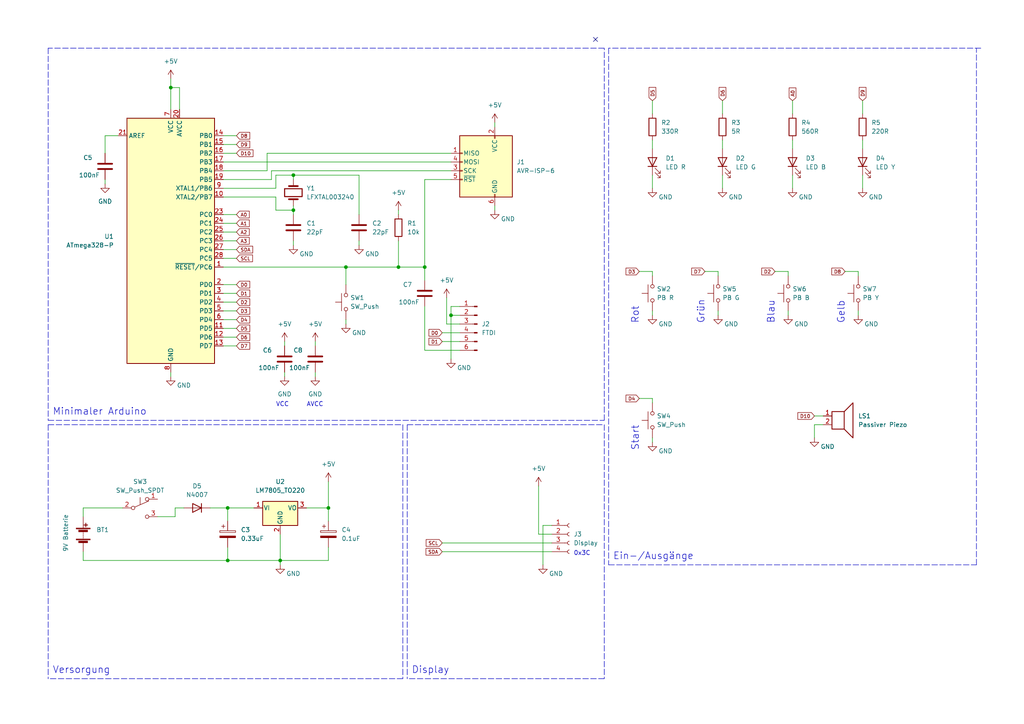
<source format=kicad_sch>
(kicad_sch (version 20210621) (generator eeschema)
  (paper "A4")
  (title_block (title "Simonsaysduino"))
  (lib_symbols
    (symbol "C_Polarized_1" (pin_numbers hide) (pin_names (offset 0.254))
      (property "Reference" "C" (at 0.635 2.54 0))
      (property "Value" "C_Polarized_1" (at 0.635 -2.54 0))
      (symbol "C_Polarized_1_0_1"
        (rectangle (start -2.286 0.508) (end 2.286 1.016))
        (rectangle (start 2.286 -0.508) (end -2.286 -1.016) (fill (type outline)))
        (polyline (pts (xy -1.778 2.286) (xy -0.762 2.286)))
        (polyline (pts (xy -1.27 2.794) (xy -1.27 1.778)))
      )
      (symbol "C_Polarized_1_1_1"
        (pin passive line (at 0 3.81 270) (length 2.794) (name "~") (number "1"))
        (pin passive line (at 0 -3.81 90) (length 2.794) (name "~") (number "2"))
      )
    )
    (symbol "Connector:AVR-ISP-6" (pin_names (offset 1.016))
      (property "Reference" "J" (at -6.35 11.43 0))
      (property "Value" "AVR-ISP-6" (at 0 11.43 0))
      (symbol "AVR-ISP-6_0_1"
        (rectangle (start -2.667 -6.858) (end -2.413 -7.62))
        (rectangle (start -2.667 10.16) (end -2.413 9.398))
        (rectangle (start 7.62 -2.413) (end 6.858 -2.667))
        (rectangle (start 7.62 0.127) (end 6.858 -0.127))
        (rectangle (start 7.62 2.667) (end 6.858 2.413))
        (rectangle (start 7.62 5.207) (end 6.858 4.953))
        (rectangle (start 7.62 10.16) (end -7.62 -7.62) (stroke (width 0.254)) (fill (type background)))
      )
      (symbol "AVR-ISP-6_1_1"
        (pin passive line (at 10.16 5.08 180) (length 2.54) (name "MISO") (number "1"))
        (pin passive line (at -2.54 12.7 270) (length 2.54) (name "VCC") (number "2"))
        (pin passive line (at 10.16 0 180) (length 2.54) (name "SCK") (number "3"))
        (pin passive line (at 10.16 2.54 180) (length 2.54) (name "MOSI") (number "4"))
        (pin passive line (at 10.16 -2.54 180) (length 2.54) (name "~{RST}") (number "5"))
        (pin passive line (at -2.54 -10.16 90) (length 2.54) (name "GND") (number "6"))
      )
    )
    (symbol "Connector:Conn_01x04_Female" (pin_names (offset 1.016) hide)
      (property "Reference" "J" (at 0 5.08 0))
      (property "Value" "Conn_01x04_Female" (at 0 -7.62 0))
      (symbol "Conn_01x04_Female_1_1"
        (arc (start 0 -4.572) (end 0 -5.588) (radius (at 0 -5.08) (length 0.508) (angles 90.1 -90.1)) (stroke (width 0.1524)))
        (arc (start 0 -2.032) (end 0 -3.048) (radius (at 0 -2.54) (length 0.508) (angles 90.1 -90.1)) (stroke (width 0.1524)))
        (arc (start 0 0.508) (end 0 -0.508) (radius (at 0 0) (length 0.508) (angles 90.1 -90.1)) (stroke (width 0.1524)))
        (arc (start 0 3.048) (end 0 2.032) (radius (at 0 2.54) (length 0.508) (angles 90.1 -90.1)) (stroke (width 0.1524)))
        (polyline (pts (xy -1.27 -5.08) (xy -0.508 -5.08)) (stroke (width 0.1524)))
        (polyline (pts (xy -1.27 -2.54) (xy -0.508 -2.54)) (stroke (width 0.1524)))
        (polyline (pts (xy -1.27 0) (xy -0.508 0)) (stroke (width 0.1524)))
        (polyline (pts (xy -1.27 2.54) (xy -0.508 2.54)) (stroke (width 0.1524)))
        (pin passive line (at -5.08 2.54 0) (length 3.81) (name "Pin_1") (number "1"))
        (pin passive line (at -5.08 0 0) (length 3.81) (name "Pin_2") (number "2"))
        (pin passive line (at -5.08 -2.54 0) (length 3.81) (name "Pin_3") (number "3"))
        (pin passive line (at -5.08 -5.08 0) (length 3.81) (name "Pin_4") (number "4"))
      )
    )
    (symbol "Connector:Conn_01x06_Male" (pin_names (offset 1.016) hide)
      (property "Reference" "J" (at 0 7.62 0))
      (property "Value" "Conn_01x06_Male" (at 0 -10.16 0))
      (symbol "Conn_01x06_Male_1_1"
        (rectangle (start 0.8636 -7.493) (end 0 -7.747) (stroke (width 0.1524)) (fill (type outline)))
        (rectangle (start 0.8636 -4.953) (end 0 -5.207) (stroke (width 0.1524)) (fill (type outline)))
        (rectangle (start 0.8636 -2.413) (end 0 -2.667) (stroke (width 0.1524)) (fill (type outline)))
        (rectangle (start 0.8636 0.127) (end 0 -0.127) (stroke (width 0.1524)) (fill (type outline)))
        (rectangle (start 0.8636 2.667) (end 0 2.413) (stroke (width 0.1524)) (fill (type outline)))
        (rectangle (start 0.8636 5.207) (end 0 4.953) (stroke (width 0.1524)) (fill (type outline)))
        (polyline (pts (xy 1.27 -7.62) (xy 0.8636 -7.62)) (stroke (width 0.1524)))
        (polyline (pts (xy 1.27 -5.08) (xy 0.8636 -5.08)) (stroke (width 0.1524)))
        (polyline (pts (xy 1.27 -2.54) (xy 0.8636 -2.54)) (stroke (width 0.1524)))
        (polyline (pts (xy 1.27 0) (xy 0.8636 0)) (stroke (width 0.1524)))
        (polyline (pts (xy 1.27 2.54) (xy 0.8636 2.54)) (stroke (width 0.1524)))
        (polyline (pts (xy 1.27 5.08) (xy 0.8636 5.08)) (stroke (width 0.1524)))
        (pin passive line (at 5.08 5.08 180) (length 3.81) (name "Pin_1") (number "1"))
        (pin passive line (at 5.08 2.54 180) (length 3.81) (name "Pin_2") (number "2"))
        (pin passive line (at 5.08 0 180) (length 3.81) (name "Pin_3") (number "3"))
        (pin passive line (at 5.08 -2.54 180) (length 3.81) (name "Pin_4") (number "4"))
        (pin passive line (at 5.08 -5.08 180) (length 3.81) (name "Pin_5") (number "5"))
        (pin passive line (at 5.08 -7.62 180) (length 3.81) (name "Pin_6") (number "6"))
      )
    )
    (symbol "Device:Battery" (pin_numbers hide) (pin_names (offset 0) hide)
      (property "Reference" "BT" (at 2.54 2.54 0))
      (property "Value" "Battery" (at 2.54 0 0))
      (symbol "Battery_0_1"
        (rectangle (start -2.032 -1.397) (end 2.032 -1.651) (fill (type outline)))
        (rectangle (start -2.032 1.778) (end 2.032 1.524) (fill (type outline)))
        (rectangle (start -1.3208 -1.9812) (end 1.27 -2.4892) (fill (type outline)))
        (rectangle (start -1.3208 1.1938) (end 1.27 0.6858) (fill (type outline)))
        (polyline (pts (xy 0 -1.524) (xy 0 -1.27)))
        (polyline (pts (xy 0 -1.016) (xy 0 -0.762)))
        (polyline (pts (xy 0 -0.508) (xy 0 -0.254)))
        (polyline (pts (xy 0 0) (xy 0 0.254)))
        (polyline (pts (xy 0 0.508) (xy 0 0.762)))
        (polyline (pts (xy 0 1.778) (xy 0 2.54)))
        (polyline (pts (xy 0.254 2.667) (xy 1.27 2.667)) (stroke (width 0.254)))
        (polyline (pts (xy 0.762 3.175) (xy 0.762 2.159)) (stroke (width 0.254)))
      )
      (symbol "Battery_1_1"
        (pin passive line (at 0 5.08 270) (length 2.54) (name "+") (number "1"))
        (pin passive line (at 0 -5.08 90) (length 2.54) (name "-") (number "2"))
      )
    )
    (symbol "Device:C" (pin_numbers hide) (pin_names (offset 0.254))
      (property "Reference" "C" (at 0.635 2.54 0))
      (property "Value" "C" (at 0.635 -2.54 0))
      (symbol "C_0_1"
        (polyline (pts (xy -2.032 -0.762) (xy 2.032 -0.762)) (stroke (width 0.508)))
        (polyline (pts (xy -2.032 0.762) (xy 2.032 0.762)) (stroke (width 0.508)))
      )
      (symbol "C_1_1"
        (pin passive line (at 0 3.81 270) (length 2.794) (name "~") (number "1"))
        (pin passive line (at 0 -3.81 90) (length 2.794) (name "~") (number "2"))
      )
    )
    (symbol "Device:C_Polarized" (pin_numbers hide) (pin_names (offset 0.254))
      (property "Reference" "C" (at 0.635 2.54 0))
      (property "Value" "C_Polarized" (at 0.635 -2.54 0))
      (symbol "C_Polarized_0_1"
        (rectangle (start -2.286 0.508) (end 2.286 1.016))
        (rectangle (start 2.286 -0.508) (end -2.286 -1.016) (fill (type outline)))
        (polyline (pts (xy -1.778 2.286) (xy -0.762 2.286)))
        (polyline (pts (xy -1.27 2.794) (xy -1.27 1.778)))
      )
      (symbol "C_Polarized_1_1"
        (pin passive line (at 0 3.81 270) (length 2.794) (name "~") (number "1"))
        (pin passive line (at 0 -3.81 90) (length 2.794) (name "~") (number "2"))
      )
    )
    (symbol "Device:Crystal" (pin_numbers hide) (pin_names (offset 1.016) hide)
      (property "Reference" "Y" (at 0 3.81 0))
      (property "Value" "Crystal" (at 0 -3.81 0))
      (symbol "Crystal_0_1"
        (rectangle (start -1.143 2.54) (end 1.143 -2.54) (stroke (width 0.3048)))
        (polyline (pts (xy -2.54 0) (xy -1.905 0)))
        (polyline (pts (xy -1.905 -1.27) (xy -1.905 1.27)) (stroke (width 0.508)))
        (polyline (pts (xy 1.905 -1.27) (xy 1.905 1.27)) (stroke (width 0.508)))
        (polyline (pts (xy 2.54 0) (xy 1.905 0)))
      )
      (symbol "Crystal_1_1"
        (pin passive line (at -3.81 0 0) (length 1.27) (name "1") (number "1"))
        (pin passive line (at 3.81 0 180) (length 1.27) (name "2") (number "2"))
      )
    )
    (symbol "Device:D" (pin_numbers hide) (pin_names (offset 1.016) hide)
      (property "Reference" "D" (at 0 2.54 0))
      (property "Value" "D" (at 0 -2.54 0))
      (symbol "D_0_1"
        (polyline (pts (xy -1.27 1.27) (xy -1.27 -1.27)) (stroke (width 0.254)))
        (polyline (pts (xy 1.27 0) (xy -1.27 0)))
        (polyline (pts (xy 1.27 1.27) (xy 1.27 -1.27) (xy -1.27 0) (xy 1.27 1.27)) (stroke (width 0.254)))
      )
      (symbol "D_1_1"
        (pin passive line (at -3.81 0 0) (length 2.54) (name "K") (number "1"))
        (pin passive line (at 3.81 0 180) (length 2.54) (name "A") (number "2"))
      )
    )
    (symbol "Device:LED" (pin_numbers hide) (pin_names (offset 1.016) hide)
      (property "Reference" "D" (at 0 2.54 0))
      (property "Value" "LED" (at 0 -2.54 0))
      (symbol "LED_0_1"
        (polyline (pts (xy -1.27 -1.27) (xy -1.27 1.27)) (stroke (width 0.254)))
        (polyline (pts (xy -1.27 0) (xy 1.27 0)))
        (polyline (pts (xy 1.27 -1.27) (xy 1.27 1.27) (xy -1.27 0) (xy 1.27 -1.27)) (stroke (width 0.254)))
        (polyline (pts (xy -3.048 -0.762) (xy -4.572 -2.286) (xy -3.81 -2.286) (xy -4.572 -2.286) (xy -4.572 -1.524)))
        (polyline (pts (xy -1.778 -0.762) (xy -3.302 -2.286) (xy -2.54 -2.286) (xy -3.302 -2.286) (xy -3.302 -1.524)))
      )
      (symbol "LED_1_1"
        (pin passive line (at -3.81 0 0) (length 2.54) (name "K") (number "1"))
        (pin passive line (at 3.81 0 180) (length 2.54) (name "A") (number "2"))
      )
    )
    (symbol "Device:R" (pin_numbers hide) (pin_names (offset 0))
      (property "Reference" "R" (at 2.032 0 90))
      (property "Value" "R" (at 0 0 90))
      (symbol "R_0_1"
        (rectangle (start -1.016 -2.54) (end 1.016 2.54) (stroke (width 0.254)))
      )
      (symbol "R_1_1"
        (pin passive line (at 0 3.81 270) (length 1.27) (name "~") (number "1"))
        (pin passive line (at 0 -3.81 90) (length 1.27) (name "~") (number "2"))
      )
    )
    (symbol "Device:Speaker" (pin_names (offset 0) hide)
      (property "Reference" "LS" (at 1.27 5.715 0))
      (property "Value" "Speaker" (at 1.27 3.81 0))
      (symbol "Speaker_0_0"
        (rectangle (start -2.54 1.27) (end 1.016 -3.81) (stroke (width 0.254)))
        (polyline (pts (xy 1.016 1.27) (xy 3.556 3.81) (xy 3.556 -6.35) (xy 1.016 -3.81)) (stroke (width 0.254)))
      )
      (symbol "Speaker_1_1"
        (pin input line (at -5.08 0 0) (length 2.54) (name "1") (number "1"))
        (pin input line (at -5.08 -2.54 0) (length 2.54) (name "2") (number "2"))
      )
    )
    (symbol "MCU_Microchip_ATmega:ATmega328-P"
      (property "Reference" "U" (at -12.7 36.83 0))
      (property "Value" "ATmega328-P" (at 2.54 -36.83 0))
      (symbol "ATmega328-P_0_1"
        (rectangle (start -12.7 -35.56) (end 12.7 35.56) (stroke (width 0.254)) (fill (type background)))
      )
      (symbol "ATmega328-P_1_1"
        (pin bidirectional line (at 15.24 -7.62 180) (length 2.54) (name "~{RESET}/PC6") (number "1"))
        (pin bidirectional line (at 15.24 12.7 180) (length 2.54) (name "XTAL2/PB7") (number "10"))
        (pin bidirectional line (at 15.24 -25.4 180) (length 2.54) (name "PD5") (number "11"))
        (pin bidirectional line (at 15.24 -27.94 180) (length 2.54) (name "PD6") (number "12"))
        (pin bidirectional line (at 15.24 -30.48 180) (length 2.54) (name "PD7") (number "13"))
        (pin bidirectional line (at 15.24 30.48 180) (length 2.54) (name "PB0") (number "14"))
        (pin bidirectional line (at 15.24 27.94 180) (length 2.54) (name "PB1") (number "15"))
        (pin bidirectional line (at 15.24 25.4 180) (length 2.54) (name "PB2") (number "16"))
        (pin bidirectional line (at 15.24 22.86 180) (length 2.54) (name "PB3") (number "17"))
        (pin bidirectional line (at 15.24 20.32 180) (length 2.54) (name "PB4") (number "18"))
        (pin bidirectional line (at 15.24 17.78 180) (length 2.54) (name "PB5") (number "19"))
        (pin bidirectional line (at 15.24 -12.7 180) (length 2.54) (name "PD0") (number "2"))
        (pin power_in line (at 2.54 38.1 270) (length 2.54) (name "AVCC") (number "20"))
        (pin passive line (at -15.24 30.48 0) (length 2.54) (name "AREF") (number "21"))
        (pin passive line (at 0 -38.1 90) (length 2.54) hide (name "GND") (number "22"))
        (pin bidirectional line (at 15.24 7.62 180) (length 2.54) (name "PC0") (number "23"))
        (pin bidirectional line (at 15.24 5.08 180) (length 2.54) (name "PC1") (number "24"))
        (pin bidirectional line (at 15.24 2.54 180) (length 2.54) (name "PC2") (number "25"))
        (pin bidirectional line (at 15.24 0 180) (length 2.54) (name "PC3") (number "26"))
        (pin bidirectional line (at 15.24 -2.54 180) (length 2.54) (name "PC4") (number "27"))
        (pin bidirectional line (at 15.24 -5.08 180) (length 2.54) (name "PC5") (number "28"))
        (pin bidirectional line (at 15.24 -15.24 180) (length 2.54) (name "PD1") (number "3"))
        (pin bidirectional line (at 15.24 -17.78 180) (length 2.54) (name "PD2") (number "4"))
        (pin bidirectional line (at 15.24 -20.32 180) (length 2.54) (name "PD3") (number "5"))
        (pin bidirectional line (at 15.24 -22.86 180) (length 2.54) (name "PD4") (number "6"))
        (pin power_in line (at 0 38.1 270) (length 2.54) (name "VCC") (number "7"))
        (pin power_in line (at 0 -38.1 90) (length 2.54) (name "GND") (number "8"))
        (pin bidirectional line (at 15.24 15.24 180) (length 2.54) (name "XTAL1/PB6") (number "9"))
      )
    )
    (symbol "Regulator_Linear:LM7805_TO220" (pin_names (offset 0.254))
      (property "Reference" "U" (at -3.81 3.175 0))
      (property "Value" "LM7805_TO220" (at 0 3.175 0))
      (symbol "LM7805_TO220_0_1"
        (rectangle (start -5.08 1.905) (end 5.08 -5.08) (stroke (width 0.254)) (fill (type background)))
      )
      (symbol "LM7805_TO220_1_1"
        (pin power_in line (at -7.62 0 0) (length 2.54) (name "VI") (number "1"))
        (pin power_in line (at 0 -7.62 90) (length 2.54) (name "GND") (number "2"))
        (pin power_out line (at 7.62 0 180) (length 2.54) (name "VO") (number "3"))
      )
    )
    (symbol "Switch:SW_Push" (pin_numbers hide) (pin_names (offset 1.016) hide)
      (property "Reference" "SW" (at 1.27 2.54 0))
      (property "Value" "SW_Push" (at 0 -1.524 0))
      (symbol "SW_Push_0_1"
        (circle (center -2.032 0) (radius 0.508))
        (circle (center 2.032 0) (radius 0.508))
        (polyline (pts (xy 0 1.27) (xy 0 3.048)))
        (polyline (pts (xy 2.54 1.27) (xy -2.54 1.27)))
        (pin passive line (at -5.08 0 0) (length 2.54) (name "1") (number "1"))
        (pin passive line (at 5.08 0 180) (length 2.54) (name "2") (number "2"))
      )
    )
    (symbol "Switch:SW_Push_SPDT" (pin_names (offset 0) hide)
      (property "Reference" "SW" (at 0 4.318 0))
      (property "Value" "SW_Push_SPDT" (at 0 -5.08 0))
      (symbol "SW_Push_SPDT_0_0"
        (circle (center -2.032 0) (radius 0.508))
        (circle (center 2.032 -2.54) (radius 0.508))
        (polyline (pts (xy 0 1.016) (xy 0 3.048)))
      )
      (symbol "SW_Push_SPDT_0_1"
        (circle (center 2.032 2.54) (radius 0.508))
        (polyline (pts (xy -1.524 0.254) (xy 2.54 2.032)))
      )
      (symbol "SW_Push_SPDT_1_1"
        (pin passive line (at 5.08 2.54 180) (length 2.54) (name "A") (number "1"))
        (pin passive line (at -5.08 0 0) (length 2.54) (name "B") (number "2"))
        (pin passive line (at 5.08 -2.54 180) (length 2.54) (name "C") (number "3"))
      )
    )
    (symbol "power:+5V" (power) (pin_names (offset 0))
      (property "Value" "+5V" (at 0 3.556 0))
      (symbol "+5V_0_1"
        (polyline (pts (xy -0.762 1.27) (xy 0 2.54)))
        (polyline (pts (xy 0 0) (xy 0 2.54)))
        (polyline (pts (xy 0 2.54) (xy 0.762 1.27)))
      )
      (symbol "+5V_1_1"
        (pin power_in line (at 0 0 90) (length 0) hide (name "+5V") (number "1"))
      )
    )
    (symbol "power:GND" (power) (pin_names (offset 0))
      (property "Value" "GND" (at 0 -3.81 0))
      (symbol "GND_0_1"
        (polyline (pts (xy 0 0) (xy 0 -1.27) (xy 1.27 -1.27) (xy 0 -2.54) (xy -1.27 -1.27) (xy 0 -1.27)))
      )
      (symbol "GND_1_1"
        (pin power_in line (at 0 0 270) (length 0) hide (name "GND") (number "1"))
      )
    )
  )
  (junction (at 49.53 25.4) (diameter 0.9144))
  (junction (at 66.04 147.32) (diameter 0.9144))
  (junction (at 66.04 162.56) (diameter 0.9144))
  (junction (at 81.28 162.56) (diameter 0.9144))
  (junction (at 85.09 50.8) (diameter 0.9144))
  (junction (at 85.09 60.96) (diameter 0.9144))
  (junction (at 95.25 147.32) (diameter 0.9144))
  (junction (at 100.33 77.47) (diameter 0.9144))
  (junction (at 115.57 77.47) (diameter 0.9144))
  (junction (at 123.19 77.47) (diameter 0.9144))
  (junction (at 130.81 91.44) (diameter 0.9144))
  (no_connect (at 172.72 11.43))
  (wire (pts (xy 24.13 147.32) (xy 35.56 147.32)))
  (wire (pts (xy 24.13 149.86) (xy 24.13 147.32)))
  (wire (pts (xy 24.13 160.02) (xy 24.13 162.56)))
  (wire (pts (xy 24.13 162.56) (xy 66.04 162.56)))
  (wire (pts (xy 30.48 39.37) (xy 30.48 44.45)))
  (wire (pts (xy 30.48 39.37) (xy 34.29 39.37)))
  (wire (pts (xy 30.48 52.07) (xy 30.48 53.34)))
  (wire (pts (xy 45.72 149.86) (xy 50.8 149.86)))
  (wire (pts (xy 49.53 22.86) (xy 49.53 25.4)))
  (wire (pts (xy 49.53 25.4) (xy 52.07 25.4)))
  (wire (pts (xy 49.53 31.75) (xy 49.53 25.4)))
  (wire (pts (xy 49.53 107.95) (xy 49.53 109.22)))
  (wire (pts (xy 50.8 147.32) (xy 53.34 147.32)))
  (wire (pts (xy 50.8 149.86) (xy 50.8 147.32)))
  (wire (pts (xy 52.07 25.4) (xy 52.07 31.75)))
  (wire (pts (xy 60.96 147.32) (xy 66.04 147.32)))
  (wire (pts (xy 64.77 39.37) (xy 68.58 39.37)))
  (wire (pts (xy 64.77 41.91) (xy 68.58 41.91)))
  (wire (pts (xy 64.77 44.45) (xy 68.58 44.45)))
  (wire (pts (xy 64.77 46.99) (xy 130.81 46.99)))
  (wire (pts (xy 64.77 49.53) (xy 77.47 49.53)))
  (wire (pts (xy 64.77 52.07) (xy 78.74 52.07)))
  (wire (pts (xy 64.77 54.61) (xy 80.01 54.61)))
  (wire (pts (xy 64.77 57.15) (xy 80.01 57.15)))
  (wire (pts (xy 64.77 62.23) (xy 68.58 62.23)))
  (wire (pts (xy 64.77 64.77) (xy 68.58 64.77)))
  (wire (pts (xy 64.77 67.31) (xy 68.58 67.31)))
  (wire (pts (xy 64.77 69.85) (xy 68.58 69.85)))
  (wire (pts (xy 64.77 72.39) (xy 68.58 72.39)))
  (wire (pts (xy 64.77 74.93) (xy 68.58 74.93)))
  (wire (pts (xy 64.77 77.47) (xy 100.33 77.47)))
  (wire (pts (xy 64.77 82.55) (xy 68.58 82.55)))
  (wire (pts (xy 64.77 85.09) (xy 68.58 85.09)))
  (wire (pts (xy 64.77 87.63) (xy 68.58 87.63)))
  (wire (pts (xy 64.77 90.17) (xy 68.58 90.17)))
  (wire (pts (xy 64.77 92.71) (xy 68.58 92.71)))
  (wire (pts (xy 64.77 95.25) (xy 68.58 95.25)))
  (wire (pts (xy 64.77 97.79) (xy 68.58 97.79)))
  (wire (pts (xy 64.77 100.33) (xy 68.58 100.33)))
  (wire (pts (xy 66.04 147.32) (xy 66.04 151.13)))
  (wire (pts (xy 66.04 147.32) (xy 73.66 147.32)))
  (wire (pts (xy 66.04 158.75) (xy 66.04 162.56)))
  (wire (pts (xy 66.04 162.56) (xy 81.28 162.56)))
  (wire (pts (xy 77.47 44.45) (xy 130.81 44.45)))
  (wire (pts (xy 77.47 49.53) (xy 77.47 44.45)))
  (wire (pts (xy 78.74 49.53) (xy 130.81 49.53)))
  (wire (pts (xy 78.74 52.07) (xy 78.74 49.53)))
  (wire (pts (xy 80.01 50.8) (xy 80.01 54.61)))
  (wire (pts (xy 80.01 50.8) (xy 85.09 50.8)))
  (wire (pts (xy 80.01 57.15) (xy 80.01 60.96)))
  (wire (pts (xy 81.28 154.94) (xy 81.28 162.56)))
  (wire (pts (xy 81.28 162.56) (xy 81.28 163.83)))
  (wire (pts (xy 81.28 162.56) (xy 95.25 162.56)))
  (wire (pts (xy 82.55 99.06) (xy 82.55 100.33)))
  (wire (pts (xy 82.55 107.95) (xy 82.55 109.22)))
  (wire (pts (xy 85.09 50.8) (xy 85.09 52.07)))
  (wire (pts (xy 85.09 50.8) (xy 104.14 50.8)))
  (wire (pts (xy 85.09 59.69) (xy 85.09 60.96)))
  (wire (pts (xy 85.09 60.96) (xy 80.01 60.96)))
  (wire (pts (xy 85.09 60.96) (xy 85.09 62.23)))
  (wire (pts (xy 85.09 69.85) (xy 85.09 71.12)))
  (wire (pts (xy 88.9 147.32) (xy 95.25 147.32)))
  (wire (pts (xy 91.44 99.06) (xy 91.44 100.33)))
  (wire (pts (xy 91.44 107.95) (xy 91.44 109.22)))
  (wire (pts (xy 95.25 139.7) (xy 95.25 147.32)))
  (wire (pts (xy 95.25 147.32) (xy 95.25 151.13)))
  (wire (pts (xy 95.25 158.75) (xy 95.25 162.56)))
  (wire (pts (xy 100.33 77.47) (xy 100.33 82.55)))
  (wire (pts (xy 100.33 77.47) (xy 115.57 77.47)))
  (wire (pts (xy 100.33 92.71) (xy 100.33 93.98)))
  (wire (pts (xy 104.14 50.8) (xy 104.14 62.23)))
  (wire (pts (xy 104.14 69.85) (xy 104.14 71.12)))
  (wire (pts (xy 115.57 60.96) (xy 115.57 62.23)))
  (wire (pts (xy 115.57 69.85) (xy 115.57 77.47)))
  (wire (pts (xy 115.57 77.47) (xy 123.19 77.47)))
  (wire (pts (xy 123.19 52.07) (xy 130.81 52.07)))
  (wire (pts (xy 123.19 77.47) (xy 123.19 52.07)))
  (wire (pts (xy 123.19 81.28) (xy 123.19 77.47)))
  (wire (pts (xy 123.19 101.6) (xy 123.19 88.9)))
  (wire (pts (xy 128.27 96.52) (xy 133.35 96.52)))
  (wire (pts (xy 128.27 99.06) (xy 133.35 99.06)))
  (wire (pts (xy 128.27 157.48) (xy 160.02 157.48)))
  (wire (pts (xy 128.27 160.02) (xy 160.02 160.02)))
  (wire (pts (xy 129.54 86.36) (xy 129.54 93.98)))
  (wire (pts (xy 129.54 93.98) (xy 133.35 93.98)))
  (wire (pts (xy 130.81 88.9) (xy 130.81 91.44)))
  (wire (pts (xy 130.81 88.9) (xy 133.35 88.9)))
  (wire (pts (xy 130.81 91.44) (xy 130.81 104.14)))
  (wire (pts (xy 130.81 91.44) (xy 133.35 91.44)))
  (wire (pts (xy 133.35 101.6) (xy 123.19 101.6)))
  (wire (pts (xy 143.51 35.56) (xy 143.51 36.83)))
  (wire (pts (xy 143.51 59.69) (xy 143.51 60.96)))
  (wire (pts (xy 156.21 140.97) (xy 156.21 154.94)))
  (wire (pts (xy 156.21 154.94) (xy 160.02 154.94)))
  (wire (pts (xy 157.48 152.4) (xy 157.48 163.83)))
  (wire (pts (xy 160.02 152.4) (xy 157.48 152.4)))
  (wire (pts (xy 189.23 33.02) (xy 189.23 29.21)))
  (wire (pts (xy 189.23 40.64) (xy 189.23 43.18)))
  (wire (pts (xy 189.23 50.8) (xy 189.23 54.61)))
  (wire (pts (xy 189.23 78.74) (xy 185.42 78.74)))
  (wire (pts (xy 189.23 78.74) (xy 189.23 80.01)))
  (wire (pts (xy 189.23 90.17) (xy 189.23 91.44)))
  (wire (pts (xy 189.23 115.57) (xy 185.42 115.57)))
  (wire (pts (xy 189.23 115.57) (xy 189.23 116.84)))
  (wire (pts (xy 189.23 127) (xy 189.23 128.27)))
  (wire (pts (xy 208.28 78.74) (xy 204.47 78.74)))
  (wire (pts (xy 208.28 78.74) (xy 208.28 80.01)))
  (wire (pts (xy 208.28 90.17) (xy 208.28 91.44)))
  (wire (pts (xy 209.55 33.02) (xy 209.55 29.21)))
  (wire (pts (xy 209.55 40.64) (xy 209.55 43.18)))
  (wire (pts (xy 209.55 50.8) (xy 209.55 54.61)))
  (wire (pts (xy 228.6 78.74) (xy 224.79 78.74)))
  (wire (pts (xy 228.6 78.74) (xy 228.6 80.01)))
  (wire (pts (xy 228.6 90.17) (xy 228.6 91.44)))
  (wire (pts (xy 229.87 33.02) (xy 229.87 29.21)))
  (wire (pts (xy 229.87 40.64) (xy 229.87 43.18)))
  (wire (pts (xy 229.87 50.8) (xy 229.87 54.61)))
  (wire (pts (xy 236.22 123.19) (xy 236.22 127)))
  (wire (pts (xy 236.22 123.19) (xy 238.76 123.19)))
  (wire (pts (xy 238.76 120.65) (xy 236.22 120.65)))
  (wire (pts (xy 248.92 78.74) (xy 245.11 78.74)))
  (wire (pts (xy 248.92 78.74) (xy 248.92 80.01)))
  (wire (pts (xy 248.92 90.17) (xy 248.92 91.44)))
  (wire (pts (xy 250.19 33.02) (xy 250.19 29.21)))
  (wire (pts (xy 250.19 40.64) (xy 250.19 43.18)))
  (wire (pts (xy 250.19 50.8) (xy 250.19 54.61)))
  (polyline (pts (xy 13.97 13.97) (xy 13.97 121.92)) (stroke (width 0) (type dash)))
  (polyline (pts (xy 13.97 121.92) (xy 175.26 121.92)) (stroke (width 0) (type dash)))
  (polyline (pts (xy 13.97 123.19) (xy 13.97 196.85)) (stroke (width 0) (type dash)))
  (polyline (pts (xy 13.97 123.19) (xy 116.84 123.19)) (stroke (width 0) (type dash)))
  (polyline (pts (xy 116.84 123.19) (xy 116.84 196.85)) (stroke (width 0) (type dash)))
  (polyline (pts (xy 116.84 196.85) (xy 13.97 196.85)) (stroke (width 0) (type dash)))
  (polyline (pts (xy 118.11 123.19) (xy 118.11 196.85)) (stroke (width 0) (type dash)))
  (polyline (pts (xy 118.11 123.19) (xy 175.26 123.19)) (stroke (width 0) (type dash)))
  (polyline (pts (xy 175.26 13.97) (xy 13.97 13.97)) (stroke (width 0) (type dash)))
  (polyline (pts (xy 175.26 121.92) (xy 175.26 13.97)) (stroke (width 0) (type dash)))
  (polyline (pts (xy 175.26 123.19) (xy 175.26 196.85)) (stroke (width 0) (type dash)))
  (polyline (pts (xy 175.26 196.85) (xy 118.11 196.85)) (stroke (width 0) (type dash)))
  (polyline (pts (xy 176.53 13.97) (xy 176.53 163.83)) (stroke (width 0) (type dash)))
  (polyline (pts (xy 176.53 163.83) (xy 283.21 163.83)) (stroke (width 0) (type dash)))
  (polyline (pts (xy 283.21 163.83) (xy 283.21 13.97)) (stroke (width 0) (type dash)))
  (polyline (pts (xy 284.48 13.97) (xy 176.53 13.97)) (stroke (width 0) (type dash)))
  (text "Minimaler Arduino" (at 15.24 120.65 0) (effects (font (size 2 2)) (justify left bottom)))
  (text "Versorgung\n" (at 15.24 195.58 0) (effects (font (size 2 2)) (justify left bottom)))
  (text "VCC" (at 80.01 118.11 0) (effects (font (size 1.27 1.27)) (justify left bottom)))
  (text "AVCC" (at 88.9 118.11 0) (effects (font (size 1.27 1.27)) (justify left bottom)))
  (text "Display\n" (at 119.38 195.58 0) (effects (font (size 2 2)) (justify left bottom)))
  (text "0x3C" (at 166.37 161.29 0) (effects (font (size 1.27 1.27)) (justify left bottom)))
  (text "Ein-/Ausgänge" (at 177.8 162.56 0) (effects (font (size 2 2)) (justify left bottom)))
  (text "Rot" (at 185.42 93.98 90) (effects (font (size 2 2)) (justify left bottom)))
  (text "Start" (at 185.42 130.81 90) (effects (font (size 2 2)) (justify left bottom)))
  (text "Grün" (at 204.47 93.98 90) (effects (font (size 2 2)) (justify left bottom)))
  (text "Blau" (at 224.79 93.98 90) (effects (font (size 2 2)) (justify left bottom)))
  (text "Gelb" (at 245.11 93.98 90) (effects (font (size 2 2)) (justify left bottom)))
  (global_label "D8" (shape input) (at 68.58 39.37 0) (effects (font (size 1 1))) (property "Intersheet References" "${INTERSHEET_REFS}" (effects hide)))
  (global_label "D9" (shape input) (at 68.58 41.91 0) (effects (font (size 1 1))) (property "Intersheet References" "${INTERSHEET_REFS}" (effects hide)))
  (global_label "D10" (shape input) (at 68.58 44.45 0) (effects (font (size 1 1))) (property "Intersheet References" "${INTERSHEET_REFS}" (effects hide)))
  (global_label "A0" (shape input) (at 68.58 62.23 0) (effects (font (size 1 1))) (property "Intersheet References" "${INTERSHEET_REFS}" (effects hide)))
  (global_label "A1" (shape input) (at 68.58 64.77 0) (effects (font (size 1 1))) (property "Intersheet References" "${INTERSHEET_REFS}" (effects hide)))
  (global_label "A2" (shape input) (at 68.58 67.31 0) (effects (font (size 1 1))) (property "Intersheet References" "${INTERSHEET_REFS}" (effects hide)))
  (global_label "A3" (shape input) (at 68.58 69.85 0) (effects (font (size 1 1))) (property "Intersheet References" "${INTERSHEET_REFS}" (effects hide)))
  (global_label "SDA" (shape input) (at 68.58 72.39 0) (effects (font (size 1 1))) (property "Intersheet References" "${INTERSHEET_REFS}" (effects hide)))
  (global_label "SCL" (shape input) (at 68.58 74.93 0) (effects (font (size 1 1))) (property "Intersheet References" "${INTERSHEET_REFS}" (effects hide)))
  (global_label "D0" (shape input) (at 68.58 82.55 0) (effects (font (size 1 1))) (property "Intersheet References" "${INTERSHEET_REFS}" (effects hide)))
  (global_label "D1" (shape input) (at 68.58 85.09 0) (effects (font (size 1 1))) (property "Intersheet References" "${INTERSHEET_REFS}" (effects hide)))
  (global_label "D2" (shape input) (at 68.58 87.63 0) (effects (font (size 1 1))) (property "Intersheet References" "${INTERSHEET_REFS}" (effects hide)))
  (global_label "D3" (shape input) (at 68.58 90.17 0) (effects (font (size 1 1))) (property "Intersheet References" "${INTERSHEET_REFS}" (effects hide)))
  (global_label "D4" (shape input) (at 68.58 92.71 0) (effects (font (size 1 1))) (property "Intersheet References" "${INTERSHEET_REFS}" (effects hide)))
  (global_label "D5" (shape input) (at 68.58 95.25 0) (effects (font (size 1 1))) (property "Intersheet References" "${INTERSHEET_REFS}" (effects hide)))
  (global_label "D6" (shape input) (at 68.58 97.79 0) (effects (font (size 1 1))) (property "Intersheet References" "${INTERSHEET_REFS}" (effects hide)))
  (global_label "D7" (shape input) (at 68.58 100.33 0) (effects (font (size 1 1))) (property "Intersheet References" "${INTERSHEET_REFS}" (effects hide)))
  (global_label "D0" (shape input) (at 128.27 96.52 180) (effects (font (size 1 1))) (property "Intersheet References" "${INTERSHEET_REFS}" (effects hide)))
  (global_label "D1" (shape input) (at 128.27 99.06 180) (effects (font (size 1 1))) (property "Intersheet References" "${INTERSHEET_REFS}" (effects hide)))
  (global_label "SCL" (shape input) (at 128.27 157.48 180) (effects (font (size 1 1))) (property "Intersheet References" "${INTERSHEET_REFS}" (effects hide)))
  (global_label "SDA" (shape input) (at 128.27 160.02 180) (effects (font (size 1 1))) (property "Intersheet References" "${INTERSHEET_REFS}" (effects hide)))
  (global_label "D3" (shape input) (at 185.42 78.74 180) (effects (font (size 1 1))) (property "Intersheet References" "${INTERSHEET_REFS}" (effects hide)))
  (global_label "D4" (shape input) (at 185.42 115.57 180) (effects (font (size 1 1))) (property "Intersheet References" "${INTERSHEET_REFS}" (effects hide)))
  (global_label "D5" (shape input) (at 189.23 29.21 90) (effects (font (size 1 1))) (property "Intersheet References" "${INTERSHEET_REFS}" (effects hide)))
  (global_label "D7" (shape input) (at 204.47 78.74 180) (effects (font (size 1 1))) (property "Intersheet References" "${INTERSHEET_REFS}" (effects hide)))
  (global_label "D6" (shape input) (at 209.55 29.21 90) (effects (font (size 1 1))) (property "Intersheet References" "${INTERSHEET_REFS}" (effects hide)))
  (global_label "D2" (shape input) (at 224.79 78.74 180) (effects (font (size 1 1))) (property "Intersheet References" "${INTERSHEET_REFS}" (effects hide)))
  (global_label "A0" (shape input) (at 229.87 29.21 90) (effects (font (size 1 1))) (property "Intersheet References" "${INTERSHEET_REFS}" (effects hide)))
  (global_label "D10" (shape input) (at 236.22 120.65 180) (effects (font (size 1 1))) (property "Intersheet References" "${INTERSHEET_REFS}" (effects hide)))
  (global_label "D8" (shape input) (at 245.11 78.74 180) (effects (font (size 1 1))) (property "Intersheet References" "${INTERSHEET_REFS}" (effects hide)))
  (global_label "D9" (shape input) (at 250.19 29.21 90) (effects (font (size 1 1))) (property "Intersheet References" "${INTERSHEET_REFS}" (effects hide)))
  (symbol (lib_id "power:+5V") (at 49.53 22.86 0) (unit 1)
    (property "Reference" "#PWR0101" (effects hide))
    (property "Value" "+5V" (at 49.53 17.78 0))
  )
  (symbol (lib_id "power:+5V") (at 82.55 99.06 0) (unit 1)
    (property "Reference" "#PWR0123" (effects hide))
    (property "Value" "+5V" (at 82.55 93.98 0))
  )
  (symbol (lib_id "power:+5V") (at 91.44 99.06 0) (unit 1)
    (property "Reference" "#PWR0131" (effects hide))
    (property "Value" "+5V" (at 91.44 93.98 0))
  )
  (symbol (lib_id "power:+5V") (at 95.25 139.7 0) (unit 1)
    (property "Reference" "#PWR0108" (effects hide))
    (property "Value" "+5V" (at 95.25 134.62 0))
  )
  (symbol (lib_id "power:+5V") (at 115.57 60.96 0) (unit 1)
    (property "Reference" "#PWR0102" (effects hide))
    (property "Value" "+5V" (at 115.57 55.88 0))
  )
  (symbol (lib_id "power:+5V") (at 129.54 86.36 0) (unit 1)
    (property "Reference" "#PWR0116" (effects hide))
    (property "Value" "+5V" (at 129.54 81.28 0))
  )
  (symbol (lib_id "power:+5V") (at 143.51 35.56 0) (unit 1)
    (property "Reference" "#PWR0110" (effects hide))
    (property "Value" "+5V" (at 143.51 30.48 0))
  )
  (symbol (lib_id "power:+5V") (at 156.21 140.97 0) (unit 1)
    (property "Reference" "#PWR0126" (effects hide))
    (property "Value" "+5V" (at 156.21 135.89 0))
  )
  (symbol (lib_id "power:GND") (at 30.48 53.34 0) (unit 1)
    (property "Reference" "#PWR0122" (effects hide))
    (property "Value" "GND" (at 30.48 58.42 0))
  )
  (symbol (lib_id "power:GND") (at 49.53 109.22 0) (unit 1)
    (property "Reference" "#PWR0107" (effects hide))
    (property "Value" "GND" (at 53.34 111.76 0))
  )
  (symbol (lib_id "power:GND") (at 81.28 163.83 0) (unit 1)
    (property "Reference" "#PWR0109" (effects hide))
    (property "Value" "GND" (at 85.09 166.37 0))
  )
  (symbol (lib_id "power:GND") (at 82.55 109.22 0) (unit 1)
    (property "Reference" "#PWR0121" (effects hide))
    (property "Value" "GND" (at 82.55 114.3 0))
  )
  (symbol (lib_id "power:GND") (at 85.09 71.12 0) (unit 1)
    (property "Reference" "#PWR0105" (effects hide))
    (property "Value" "GND" (at 88.9 73.66 0))
  )
  (symbol (lib_id "power:GND") (at 91.44 109.22 0) (unit 1)
    (property "Reference" "#PWR0130" (effects hide))
    (property "Value" "GND" (at 91.44 114.3 0))
  )
  (symbol (lib_id "power:GND") (at 100.33 93.98 0) (unit 1)
    (property "Reference" "#PWR0104" (effects hide))
    (property "Value" "GND" (at 104.14 96.52 0))
  )
  (symbol (lib_id "power:GND") (at 104.14 71.12 0) (unit 1)
    (property "Reference" "#PWR0106" (effects hide))
    (property "Value" "GND" (at 107.95 73.66 0))
  )
  (symbol (lib_id "power:GND") (at 130.81 104.14 0) (unit 1)
    (property "Reference" "#PWR0117" (effects hide))
    (property "Value" "GND" (at 134.62 106.68 0))
  )
  (symbol (lib_id "power:GND") (at 143.51 60.96 0) (unit 1)
    (property "Reference" "#PWR0103" (effects hide))
    (property "Value" "GND" (at 147.32 63.5 0))
  )
  (symbol (lib_id "power:GND") (at 157.48 163.83 0) (unit 1)
    (property "Reference" "#PWR0127" (effects hide))
    (property "Value" "GND" (at 161.29 166.37 0))
  )
  (symbol (lib_id "power:GND") (at 189.23 54.61 0) (unit 1)
    (property "Reference" "#PWR0113" (effects hide))
    (property "Value" "GND" (at 193.04 57.15 0))
  )
  (symbol (lib_id "power:GND") (at 189.23 91.44 0) (unit 1)
    (property "Reference" "#PWR0115" (effects hide))
    (property "Value" "GND" (at 193.04 93.98 0))
  )
  (symbol (lib_id "power:GND") (at 189.23 128.27 0) (unit 1)
    (property "Reference" "#PWR0119" (effects hide))
    (property "Value" "GND" (at 193.04 130.81 0))
  )
  (symbol (lib_id "power:GND") (at 208.28 91.44 0) (unit 1)
    (property "Reference" "#PWR0124" (effects hide))
    (property "Value" "GND" (at 212.09 93.98 0))
  )
  (symbol (lib_id "power:GND") (at 209.55 54.61 0) (unit 1)
    (property "Reference" "#PWR0114" (effects hide))
    (property "Value" "GND" (at 213.36 57.15 0))
  )
  (symbol (lib_id "power:GND") (at 228.6 91.44 0) (unit 1)
    (property "Reference" "#PWR0120" (effects hide))
    (property "Value" "GND" (at 232.41 93.98 0))
  )
  (symbol (lib_id "power:GND") (at 229.87 54.61 0) (unit 1)
    (property "Reference" "#PWR0112" (effects hide))
    (property "Value" "GND" (at 233.68 57.15 0))
  )
  (symbol (lib_id "power:GND") (at 236.22 127 0) (unit 1)
    (property "Reference" "#PWR0118" (effects hide))
    (property "Value" "GND" (at 240.03 129.54 0))
  )
  (symbol (lib_id "power:GND") (at 248.92 91.44 0) (unit 1)
    (property "Reference" "#PWR0125" (effects hide))
    (property "Value" "GND" (at 252.73 93.98 0))
  )
  (symbol (lib_id "power:GND") (at 250.19 54.61 0) (unit 1)
    (property "Reference" "#PWR0111" (effects hide))
    (property "Value" "GND" (at 254 57.15 0))
  )
  (symbol (lib_id "Device:R") (at 115.57 66.04 0) (unit 1)
    (property "Reference" "R1" (at 118.11 64.7699 0) (effects (justify left)))
    (property "Value" "10k" (at 118.11 67.3099 0) (effects (justify left)))
    (property "Footprint" "Resistor_THT:R_Axial_DIN0207_L6.3mm_D2.5mm_P10.16mm_Horizontal" (effects hide))
  )
  (symbol (lib_id "Device:R") (at 189.23 36.83 0) (unit 1)
    (property "Reference" "R2" (at 191.77 35.5599 0) (effects (justify left)))
    (property "Value" "330R" (at 191.77 38.0999 0) (effects (justify left)))
    (property "Footprint" "Resistor_THT:R_Axial_DIN0207_L6.3mm_D2.5mm_P10.16mm_Horizontal" (effects hide))
  )
  (symbol (lib_id "Device:R") (at 209.55 36.83 0) (unit 1)
    (property "Reference" "R3" (at 212.09 35.5599 0) (effects (justify left)))
    (property "Value" "5R" (at 212.09 38.0999 0) (effects (justify left)))
    (property "Footprint" "Resistor_THT:R_Axial_DIN0207_L6.3mm_D2.5mm_P10.16mm_Horizontal" (effects hide))
  )
  (symbol (lib_id "Device:R") (at 229.87 36.83 0) (unit 1)
    (property "Reference" "R4" (at 232.41 35.5599 0) (effects (justify left)))
    (property "Value" "560R" (at 232.41 38.0999 0) (effects (justify left)))
    (property "Footprint" "Resistor_THT:R_Axial_DIN0207_L6.3mm_D2.5mm_P10.16mm_Horizontal" (effects hide))
  )
  (symbol (lib_id "Device:R") (at 250.19 36.83 0) (unit 1)
    (property "Reference" "R5" (at 252.73 35.5599 0) (effects (justify left)))
    (property "Value" "220R" (at 252.73 38.0999 0) (effects (justify left)))
    (property "Footprint" "Resistor_THT:R_Axial_DIN0207_L6.3mm_D2.5mm_P10.16mm_Horizontal" (effects hide))
  )
  (symbol (lib_id "Device:D") (at 57.15 147.32 180) (unit 1)
    (property "Reference" "D5" (at 57.15 140.97 0))
    (property "Value" "N4007" (at 57.15 143.51 0))
    (property "Footprint" "Diode_THT:D_5W_P10.16mm_Horizontal" (effects hide))
  )
  (symbol (lib_id "Device:LED") (at 189.23 46.99 90) (unit 1)
    (property "Reference" "D1" (at 193.04 45.9104 90) (effects (justify right)))
    (property "Value" "LED R" (at 193.04 48.4504 90) (effects (justify right)))
    (property "Footprint" "LED_THT:LED_D10.0mm" (effects hide))
  )
  (symbol (lib_id "Device:LED") (at 209.55 46.99 90) (unit 1)
    (property "Reference" "D2" (at 213.36 45.9104 90) (effects (justify right)))
    (property "Value" "LED G" (at 213.36 48.4504 90) (effects (justify right)))
    (property "Footprint" "LED_THT:LED_D10.0mm" (effects hide))
  )
  (symbol (lib_id "Device:LED") (at 229.87 46.99 90) (unit 1)
    (property "Reference" "D3" (at 233.68 45.9104 90) (effects (justify right)))
    (property "Value" "LED B" (at 233.68 48.4504 90) (effects (justify right)))
    (property "Footprint" "LED_THT:LED_D10.0mm" (effects hide))
  )
  (symbol (lib_id "Device:LED") (at 250.19 46.99 90) (unit 1)
    (property "Reference" "D4" (at 254 45.9104 90) (effects (justify right)))
    (property "Value" "LED Y" (at 254 48.4504 90) (effects (justify right)))
    (property "Footprint" "LED_THT:LED_D10.0mm" (effects hide))
  )
  (symbol (lib_id "Device:C") (at 30.48 48.26 0) (unit 1)
    (property "Reference" "C5" (at 24.13 45.7199 0) (effects (justify left)))
    (property "Value" "100nF" (at 22.86 50.7999 0) (effects (justify left)))
    (property "Footprint" "Capacitor_THT:C_Disc_D5.0mm_W2.5mm_P2.50mm" (effects hide))
  )
  (symbol (lib_name "C_Polarized_1") (lib_id "Device:C_Polarized") (at 66.04 154.94 0) (unit 1)
    (property "Reference" "C3" (at 69.85 153.6699 0) (effects (justify left)))
    (property "Value" "0.33uF" (at 69.85 156.2099 0) (effects (justify left)))
    (property "Footprint" "Capacitor_THT:CP_Radial_D5.0mm_P2.50mm" (effects hide))
  )
  (symbol (lib_id "Device:C") (at 82.55 104.14 0) (unit 1)
    (property "Reference" "C6" (at 76.2 101.5999 0) (effects (justify left)))
    (property "Value" "100nF" (at 74.93 106.6799 0) (effects (justify left)))
    (property "Footprint" "Capacitor_THT:C_Disc_D5.0mm_W2.5mm_P2.50mm" (effects hide))
  )
  (symbol (lib_id "Device:C") (at 85.09 66.04 0) (unit 1)
    (property "Reference" "C1" (at 88.9 64.7699 0) (effects (justify left)))
    (property "Value" "22pF" (at 88.9 67.3099 0) (effects (justify left)))
    (property "Footprint" "Capacitor_THT:C_Disc_D5.0mm_W2.5mm_P2.50mm" (effects hide))
  )
  (symbol (lib_id "Device:C") (at 91.44 104.14 0) (unit 1)
    (property "Reference" "C8" (at 85.09 101.5999 0) (effects (justify left)))
    (property "Value" "100nF" (at 83.82 106.6799 0) (effects (justify left)))
    (property "Footprint" "Capacitor_THT:C_Disc_D5.0mm_W2.5mm_P2.50mm" (effects hide))
  )
  (symbol (lib_id "Device:C_Polarized") (at 95.25 154.94 0) (unit 1)
    (property "Reference" "C4" (at 99.06 153.6699 0) (effects (justify left)))
    (property "Value" "0.1uF" (at 99.06 156.2099 0) (effects (justify left)))
    (property "Footprint" "Capacitor_THT:CP_Radial_D5.0mm_P2.50mm" (effects hide))
  )
  (symbol (lib_id "Device:C") (at 104.14 66.04 0) (unit 1)
    (property "Reference" "C2" (at 107.95 64.7699 0) (effects (justify left)))
    (property "Value" "22pF" (at 107.95 67.3099 0) (effects (justify left)))
    (property "Footprint" "Capacitor_THT:C_Disc_D5.0mm_W2.5mm_P2.50mm" (effects hide))
  )
  (symbol (lib_id "Device:C") (at 123.19 85.09 0) (unit 1)
    (property "Reference" "C7" (at 116.84 82.5499 0) (effects (justify left)))
    (property "Value" "100nF" (at 115.57 87.6299 0) (effects (justify left)))
    (property "Footprint" "Capacitor_THT:C_Disc_D5.0mm_W2.5mm_P2.50mm" (effects hide))
  )
  (symbol (lib_id "Switch:SW_Push") (at 100.33 87.63 90) (unit 1)
    (property "Reference" "SW1" (at 101.6 86.3599 90) (effects (justify right)))
    (property "Value" "SW_Push" (at 101.6 88.8999 90) (effects (justify right)))
    (property "Footprint" "Button_Switch_THT:SW_PUSH_6mm" (effects hide))
  )
  (symbol (lib_id "Switch:SW_Push") (at 189.23 85.09 90) (unit 1)
    (property "Reference" "SW2" (at 190.5 83.8199 90) (effects (justify right)))
    (property "Value" "PB R" (at 190.5 86.3599 90) (effects (justify right)))
    (property "Footprint" "my_parts:Button_12*12*7.3_red_round" (effects hide))
  )
  (symbol (lib_id "Switch:SW_Push") (at 189.23 121.92 90) (unit 1)
    (property "Reference" "SW4" (at 190.5 120.6499 90) (effects (justify right)))
    (property "Value" "SW_Push" (at 190.5 123.1899 90) (effects (justify right)))
    (property "Footprint" "my_parts:Button_12*12*7.3_white_round" (effects hide))
  )
  (symbol (lib_id "Switch:SW_Push") (at 208.28 85.09 90) (unit 1)
    (property "Reference" "SW5" (at 209.55 83.8199 90) (effects (justify right)))
    (property "Value" "PB G" (at 209.55 86.3599 90) (effects (justify right)))
    (property "Footprint" "my_parts:Button_12*12*7.3_green_round" (effects hide))
  )
  (symbol (lib_id "Switch:SW_Push") (at 228.6 85.09 90) (unit 1)
    (property "Reference" "SW6" (at 229.87 83.8199 90) (effects (justify right)))
    (property "Value" "PB B" (at 229.87 86.3599 90) (effects (justify right)))
    (property "Footprint" "my_parts:Button_12*12*7.3_blue_round" (effects hide))
  )
  (symbol (lib_id "Switch:SW_Push") (at 248.92 85.09 90) (unit 1)
    (property "Reference" "SW7" (at 250.19 83.8199 90) (effects (justify right)))
    (property "Value" "PB Y" (at 250.19 86.3599 90) (effects (justify right)))
    (property "Footprint" "my_parts:Button_12*12*7.3_yellow_round" (effects hide))
  )
  (symbol (lib_id "Device:Crystal") (at 85.09 55.88 90) (unit 1)
    (property "Reference" "Y1" (at 88.9 54.6099 90) (effects (justify right)))
    (property "Value" "LFXTAL003240" (at 88.9 57.1499 90) (effects (justify right)))
    (property "Footprint" "Crystal:Crystal_HC50_Vertical" (effects hide))
  )
  (symbol (lib_id "Device:Battery") (at 24.13 154.94 0) (unit 1)
    (property "Reference" "BT1" (at 27.94 153.6699 0) (effects (justify left)))
    (property "Value" "9V Batterie" (at 19.05 160.0199 90) (effects (justify left)))
    (property "Footprint" "Battery:BatteryHolder_Eagle_12BH611-GR" (effects hide))
    (property "Manufacturer" "Multicomp" (effects hide))
    (property "Manufacturer Part Number" "MP000351" (effects hide))
    (property "Distributor" "Farnell" (effects hide))
    (property "Distributor Partnumber" "31266589" (effects hide))
  )
  (symbol (lib_id "Connector:Conn_01x04_Female") (at 165.1 154.94 0) (unit 1)
    (property "Reference" "J3" (at 166.37 154.9399 0) (effects (justify left)))
    (property "Value" "Display" (at 166.37 157.4799 0) (effects (justify left)))
    (property "Footprint" "my_parts:Display_128x64_096_I2C_no_holes" (effects hide))
  )
  (symbol (lib_id "Switch:SW_Push_SPDT") (at 40.64 147.32 0) (unit 1)
    (property "Reference" "SW3" (at 40.64 139.7 0))
    (property "Value" "SW_Push_SPDT" (at 40.64 142.24 0))
    (property "Footprint" "my_parts:cheap_china_slide_switch" (effects hide))
  )
  (symbol (lib_id "Connector:Conn_01x06_Male") (at 138.43 93.98 0) (mirror y) (unit 1)
    (property "Reference" "J2" (at 139.7 93.9799 0) (effects (justify right)))
    (property "Value" "FTDI" (at 139.7 96.5199 0) (effects (justify right)))
    (property "Footprint" "Connector_PinHeader_2.54mm:PinHeader_1x06_P2.54mm_Vertical" (effects hide))
  )
  (symbol (lib_id "Device:Speaker") (at 243.84 120.65 0) (unit 1)
    (property "Reference" "LS1" (at 248.92 120.6499 0) (effects (justify left)))
    (property "Value" "Passiver Piezo" (at 248.92 123.1899 0) (effects (justify left)))
    (property "Footprint" "Buzzer_Beeper:Buzzer_12x9.5RM7.6" (effects hide))
  )
  (symbol (lib_id "Regulator_Linear:LM7805_TO220") (at 81.28 147.32 0) (unit 1)
    (property "Reference" "U2" (at 81.28 139.7 0))
    (property "Value" "LM7805_TO220" (at 81.28 142.24 0))
    (property "Footprint" "Package_TO_SOT_THT:TO-220-3_Horizontal_TabDown" (effects hide))
    (property "Datasheet" "https://www.onsemi.cn/PowerSolutions/document/MC7800-D.PDF" (effects hide))
  )
  (symbol (lib_id "Connector:AVR-ISP-6") (at 140.97 49.53 0) (mirror y) (unit 1)
    (property "Reference" "J1" (at 149.86 46.9899 0) (effects (justify right)))
    (property "Value" "AVR-ISP-6" (at 149.86 49.5299 0) (effects (justify right)))
    (property "Footprint" "Connector_PinHeader_2.54mm:PinHeader_2x03_P2.54mm_Vertical" (effects hide))
    (property "Datasheet" " ~" (effects hide))
  )
  (symbol (lib_id "MCU_Microchip_ATmega:ATmega328-P") (at 49.53 69.85 0) (unit 1)
    (property "Reference" "U1" (at 33.02 68.5799 0) (effects (justify right)))
    (property "Value" "ATmega328-P" (at 33.02 71.1199 0) (effects (justify right)))
    (property "Footprint" "Package_DIP:DIP-28_W7.62mm" (effects hide))
    (property "Datasheet" "http://ww1.microchip.com/downloads/en/DeviceDoc/ATmega328_P%20AVR%20MCU%20with%20picoPower%20Technology%20Data%20Sheet%2040001984A.pdf" (effects hide))
  )
)
</source>
